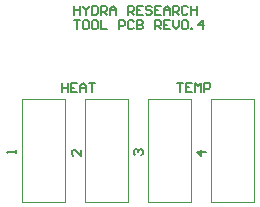
<source format=gto>
G04*
G04 #@! TF.GenerationSoftware,Altium Limited,Altium Designer,18.0.7 (293)*
G04*
G04 Layer_Color=65535*
%FSLAX25Y25*%
%MOIN*%
G70*
G01*
G75*
%ADD10C,0.00300*%
%ADD11C,0.00500*%
D10*
X190705Y235362D02*
X204894D01*
X190705Y201095D02*
X204894D01*
Y235362D01*
X190705Y201095D02*
Y235362D01*
X169707Y201095D02*
Y235362D01*
X183896Y201095D02*
Y235362D01*
X169707Y201095D02*
X183896D01*
X169707Y235362D02*
X183896D01*
X148710D02*
X162899D01*
X148710Y201095D02*
X162899D01*
Y235362D01*
X148710Y201095D02*
Y235362D01*
X127713Y201095D02*
Y235362D01*
X141902Y201095D02*
Y235362D01*
X127713Y201095D02*
X141902D01*
X127713Y235362D02*
X141902D01*
D11*
X144791Y266369D02*
Y263370D01*
Y264869D01*
X146791D01*
Y266369D01*
Y263370D01*
X147790Y266369D02*
Y265869D01*
X148790Y264869D01*
X149790Y265869D01*
Y266369D01*
X148790Y264869D02*
Y263370D01*
X150789Y266369D02*
Y263370D01*
X152289D01*
X152789Y263870D01*
Y265869D01*
X152289Y266369D01*
X150789D01*
X153788Y263370D02*
Y266369D01*
X155288D01*
X155788Y265869D01*
Y264869D01*
X155288Y264369D01*
X153788D01*
X154788D02*
X155788Y263370D01*
X156788D02*
Y265369D01*
X157787Y266369D01*
X158787Y265369D01*
Y263370D01*
Y264869D01*
X156788D01*
X162785Y263370D02*
Y266369D01*
X164285D01*
X164785Y265869D01*
Y264869D01*
X164285Y264369D01*
X162785D01*
X163785D02*
X164785Y263370D01*
X167784Y266369D02*
X165785D01*
Y263370D01*
X167784D01*
X165785Y264869D02*
X166784D01*
X170783Y265869D02*
X170283Y266369D01*
X169283D01*
X168784Y265869D01*
Y265369D01*
X169283Y264869D01*
X170283D01*
X170783Y264369D01*
Y263870D01*
X170283Y263370D01*
X169283D01*
X168784Y263870D01*
X173782Y266369D02*
X171783D01*
Y263370D01*
X173782D01*
X171783Y264869D02*
X172782D01*
X174782Y263370D02*
Y265369D01*
X175781Y266369D01*
X176781Y265369D01*
Y263370D01*
Y264869D01*
X174782D01*
X177781Y263370D02*
Y266369D01*
X179280D01*
X179780Y265869D01*
Y264869D01*
X179280Y264369D01*
X177781D01*
X178780D02*
X179780Y263370D01*
X182779Y265869D02*
X182279Y266369D01*
X181280D01*
X180780Y265869D01*
Y263870D01*
X181280Y263370D01*
X182279D01*
X182779Y263870D01*
X183779Y266369D02*
Y263370D01*
Y264869D01*
X185778D01*
Y266369D01*
Y263370D01*
X144791Y261570D02*
X146791D01*
X145791D01*
Y258571D01*
X149290Y261570D02*
X148290D01*
X147790Y261070D01*
Y259071D01*
X148290Y258571D01*
X149290D01*
X149790Y259071D01*
Y261070D01*
X149290Y261570D01*
X152289D02*
X151289D01*
X150789Y261070D01*
Y259071D01*
X151289Y258571D01*
X152289D01*
X152789Y259071D01*
Y261070D01*
X152289Y261570D01*
X153788D02*
Y258571D01*
X155788D01*
X159786D02*
Y261570D01*
X161286D01*
X161786Y261070D01*
Y260070D01*
X161286Y259571D01*
X159786D01*
X164785Y261070D02*
X164285Y261570D01*
X163285D01*
X162785Y261070D01*
Y259071D01*
X163285Y258571D01*
X164285D01*
X164785Y259071D01*
X165785Y261570D02*
Y258571D01*
X167284D01*
X167784Y259071D01*
Y259571D01*
X167284Y260070D01*
X165785D01*
X167284D01*
X167784Y260570D01*
Y261070D01*
X167284Y261570D01*
X165785D01*
X171783Y258571D02*
Y261570D01*
X173282D01*
X173782Y261070D01*
Y260070D01*
X173282Y259571D01*
X171783D01*
X172782D02*
X173782Y258571D01*
X176781Y261570D02*
X174782D01*
Y258571D01*
X176781D01*
X174782Y260070D02*
X175781D01*
X177781Y261570D02*
Y259571D01*
X178780Y258571D01*
X179780Y259571D01*
Y261570D01*
X180780Y261070D02*
X181280Y261570D01*
X182279D01*
X182779Y261070D01*
Y259071D01*
X182279Y258571D01*
X181280D01*
X180780Y259071D01*
Y261070D01*
X183779Y258571D02*
Y259071D01*
X184279D01*
Y258571D01*
X183779D01*
X187777D02*
Y261570D01*
X186278Y260070D01*
X188277D01*
X179437Y240704D02*
X181436D01*
X180437D01*
Y237705D01*
X184435Y240704D02*
X182436D01*
Y237705D01*
X184435D01*
X182436Y239204D02*
X183436D01*
X185435Y237705D02*
Y240704D01*
X186435Y239704D01*
X187434Y240704D01*
Y237705D01*
X188434D02*
Y240704D01*
X189934D01*
X190433Y240204D01*
Y239204D01*
X189934Y238704D01*
X188434D01*
X141051Y240507D02*
Y237508D01*
Y239007D01*
X143051D01*
Y240507D01*
Y237508D01*
X146050Y240507D02*
X144050D01*
Y237508D01*
X146050D01*
X144050Y239007D02*
X145050D01*
X147049Y237508D02*
Y239507D01*
X148049Y240507D01*
X149049Y239507D01*
Y237508D01*
Y239007D01*
X147049D01*
X150048Y240507D02*
X152048D01*
X151048D01*
Y237508D01*
X188779Y217685D02*
X185781D01*
X187280Y216185D01*
Y218184D01*
X165283Y216555D02*
X164783Y217055D01*
Y218055D01*
X165283Y218554D01*
X165783D01*
X166283Y218055D01*
Y217555D01*
Y218055D01*
X166782Y218554D01*
X167282D01*
X167782Y218055D01*
Y217055D01*
X167282Y216555D01*
X147178Y218358D02*
Y216358D01*
X145179Y218358D01*
X144679D01*
X144179Y217858D01*
Y216858D01*
X144679Y216358D01*
X125591Y217169D02*
Y218169D01*
Y217669D01*
X122591D01*
X123091Y217169D01*
M02*

</source>
